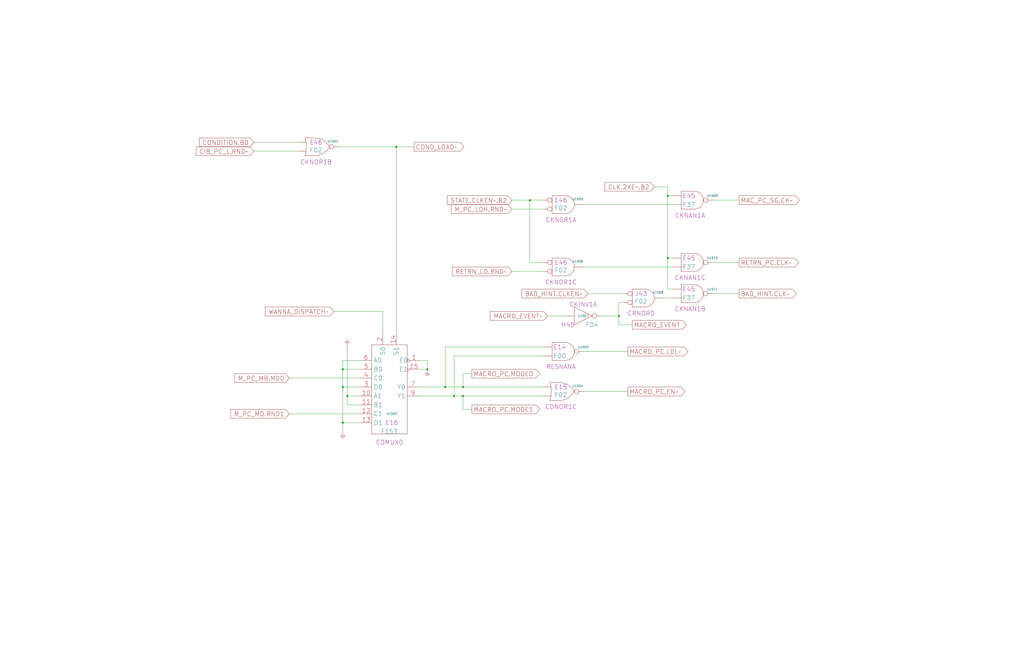
<source format=kicad_sch>
(kicad_sch (version 20250114) (generator "eeschema") (generator_version "9.0")
  (paper "User" 584.2 378.46)
  (title_block (title "CODE REGISTER CONTROL") (date "22-MAY-90") (rev "1.0") (comment 1 "SEQUENCER") (comment 2 "232-003064") (comment 3 "S400") (comment 4 "RELEASED"))
  (lib_symbols
    (symbol "r1000:F00" (pin_numbers (hide yes)) (pin_names (hide yes))
      (property "Reference" "U" (at 15.24 0 0))
      (property "Value" "F00" (at 1.905 -5.08 0))
      (property "Location" "___" (at 1.905 0 0))
      (property "Name" "______" (at 2.54 -12.7 0))
      (symbol "F00_0_1"
        (polyline (pts (xy -2.54 2.54) (xy -2.54 -7.62)) (stroke (width 0.1524)))
        (polyline (pts (xy -2.54 2.54) (xy 5.08 2.54)) (stroke (width 0.1524)))
        (polyline (pts (xy -2.54 -7.62) (xy 5.08 -7.62)) (stroke (width 0.1524)))
        (arc (start 5.08 2.54) (mid 10.1281 -2.54) (end 5.08 -7.62) (stroke (width 0.1524)))
        (circle (center 11.43 -2.54) (radius 1.27) (stroke (width 0.1524)))
      )
      (symbol "F00_0_2"
        (arc (start -3.175 2.54) (mid -2.134 -2.54) (end -3.175 -7.62) (stroke (width 0.1524)))
        (circle (center -3.81 0) (radius 1.27) (stroke (width 0.1524)))
        (circle (center -3.81 -5.08) (radius 1.27) (stroke (width 0.1524)))
        (polyline (pts (xy -3.175 2.54) (xy 3.81 2.54)) (stroke (width 0.1524)))
        (polyline (pts (xy -3.175 -7.62) (xy 3.81 -7.62)) (stroke (width 0.1524)))
        (arc (start 3.81 2.54) (mid 7.5828 0.7472) (end 10.16 -2.54) (stroke (width 0.1524)))
        (arc (start 10.16 -2.54) (mid 7.5855 -5.8306) (end 3.81 -7.62) (stroke (width 0.1524)))
      )
      (symbol "F00_1_1"
        (pin input line (at -7.62 0 0) (length 5.08) (name "D0") (number "1"))
        (pin input line (at -7.62 -5.08 0) (length 5.08) (name "D1") (number "2"))
        (pin output line (at 15.24 -2.54 180) (length 2.54) (name "Q") (number "3"))
      )
      (symbol "F00_1_2"
        (pin input line (at -7.62 0 0) (length 2.54) (name "D0") (number "1"))
        (pin input line (at -7.62 -5.08 0) (length 2.54) (name "D1") (number "2"))
        (pin output line (at 15.24 -2.54 180) (length 5.08) (name "Q") (number "3"))
      )
    )
    (symbol "r1000:F02" (pin_numbers (hide yes)) (pin_names (hide yes))
      (property "Reference" "U" (at 12.16 0.635 0))
      (property "Value" "F02" (at -1.27 -4.445 0))
      (property "Location" "___" (at 2.54 0 0))
      (property "Name" "______" (at 2.54 -12.7 0))
      (symbol "F02_0_1"
        (arc (start -3.81 2.54) (mid -2.9847 -2.54) (end -3.81 -7.62) (stroke (width 0.1524)))
        (polyline (pts (xy -5.08 0) (xy -3.175 0)) (stroke (width 0.1524)))
        (polyline (pts (xy -5.08 -5.08) (xy -3.175 -5.08)) (stroke (width 0.1524)))
        (polyline (pts (xy -3.81 2.54) (xy 2.54 2.54)) (stroke (width 0.1524)))
        (polyline (pts (xy -3.81 -7.62) (xy 2.54 -7.62)) (stroke (width 0.1524)))
        (arc (start 2.54 2.54) (mid 6.9477 0.8966) (end 10.16 -2.54) (stroke (width 0.1524)))
        (arc (start 10.16 -2.54) (mid 6.9515 -5.9823) (end 2.54 -7.62) (stroke (width 0.1524)))
        (circle (center 11.43 -2.54) (radius 1.27) (stroke (width 0.1524)))
        (polyline (pts (xy 13.97 -2.54) (xy 12.7 -2.54)) (stroke (width 0.1524)))
      )
      (symbol "F02_0_2"
        (circle (center -3.81 0) (radius 1.27) (stroke (width 0.1524)))
        (circle (center -3.81 -5.08) (radius 1.27) (stroke (width 0.1524)))
        (polyline (pts (xy -2.54 2.54) (xy -2.54 -7.62)) (stroke (width 0.1524)))
        (polyline (pts (xy -2.54 2.54) (xy 5.08 2.54)) (stroke (width 0.1524)))
        (polyline (pts (xy -2.54 -7.62) (xy 5.08 -7.62)) (stroke (width 0.1524)))
        (arc (start 5.08 2.54) (mid 10.1281 -2.54) (end 5.08 -7.62) (stroke (width 0.1524)))
        (polyline (pts (xy 11.43 -2.54) (xy 10.16 -2.54)) (stroke (width 0.1524)))
        (polyline (pts (xy 11.43 -2.54) (xy 12.7 -2.54)) (stroke (width 0.1524)))
      )
      (symbol "F02_1_1"
        (pin input line (at -7.62 0 0) (length 2.54) (name "D0") (number "1"))
        (pin input line (at -7.62 -5.08 0) (length 2.54) (name "D1") (number "2"))
        (pin output line (at 15.24 -2.54 180) (length 1.27) (name "Q") (number "3"))
      )
      (symbol "F02_1_2"
        (pin input line (at -7.62 0 0) (length 2.54) (name "D0") (number "1"))
        (pin input line (at -7.62 -5.08 0) (length 2.54) (name "D1") (number "2"))
        (pin output line (at 15.24 -2.54 180) (length 2.54) (name "Q") (number "3"))
      )
    )
    (symbol "r1000:F04" (pin_numbers (hide yes)) (pin_names (hide yes))
      (property "Reference" "U" (at 0 0 0))
      (property "Value" "F04" (at 1.27 -5.08 0))
      (property "Location" "___" (at -12.7 -5.08 0))
      (property "Name" "______" (at 0 5.08 0))
      (symbol "F04_0_1"
        (polyline (pts (xy -7.62 0) (xy -5.08 0)) (stroke (width 0.1524)))
        (polyline (pts (xy -5.08 5.08) (xy -5.08 -5.08)) (stroke (width 0.1524)))
        (polyline (pts (xy 5.08 0) (xy -5.08 5.08)) (stroke (width 0.1524)))
        (polyline (pts (xy 5.08 0) (xy -5.08 -5.08)) (stroke (width 0.1524)))
        (circle (center 6.35 0) (radius 1.27) (stroke (width 0.1524)))
      )
      (symbol "F04_1_1"
        (pin input line (at -10.16 0 0) (length 2.54) (name "D0") (number "1"))
        (pin output line (at 10.16 0 180) (length 2.54) (name "Q") (number "2"))
      )
    )
    (symbol "r1000:F153" (pin_names (offset 1.016))
      (property "Reference" "U" (at 2.54 5.08 0))
      (property "Value" "F153" (at -3.81 -5.08 0))
      (property "Location" "___" (at -1.27 0 0))
      (property "Name" "______" (at 1.27 -12.7 0))
      (symbol "F153_1_1"
        (rectangle (start -8.89 44.45) (end 11.43 -6.35))
        (circle (center 12.065 35.56) (radius 0.635))
        (circle (center 12.065 30.48) (radius 0.635))
        (pin input line (at -15.24 35.56 0) (length 6.35) (name "A0") (number "6"))
        (pin input line (at -15.24 30.48 0) (length 6.35) (name "B0") (number "5"))
        (pin input line (at -15.24 25.4 0) (length 6.35) (name "C0") (number "4"))
        (pin input line (at -15.24 20.32 0) (length 6.35) (name "D0") (number "3"))
        (pin input line (at -15.24 15.24 0) (length 6.35) (name "A1") (number "10"))
        (pin input line (at -15.24 10.16 0) (length 6.35) (name "B1") (number "11"))
        (pin input line (at -15.24 5.08 0) (length 6.35) (name "C1") (number "12"))
        (pin input line (at -15.24 0 0) (length 6.35) (name "D1") (number "13"))
        (pin input line (at -2.54 50.8 270) (length 6.35) (name "S0") (number "2"))
        (pin input line (at 5.08 50.8 270) (length 6.35) (name "S1") (number "14"))
        (pin input line (at 17.78 35.56 180) (length 5.08) (name "E0") (number "1"))
        (pin input line (at 17.78 30.48 180) (length 5.08) (name "E1") (number "15"))
        (pin output line (at 17.78 20.32 180) (length 6.35) (name "Y0") (number "7"))
        (pin output line (at 17.78 15.24 180) (length 6.35) (name "Y1") (number "9"))
      )
    )
    (symbol "r1000:F37" (pin_numbers (hide yes)) (pin_names (offset 0) (hide yes))
      (property "Reference" "U" (at 15.24 0 0))
      (property "Value" "F37" (at 1.905 -5.08 0))
      (property "Location" "___" (at 1.905 0 0))
      (property "Name" "______" (at 2.54 -12.7 0))
      (symbol "F37_0_1"
        (polyline (pts (xy -2.54 2.54) (xy -2.54 -7.62)) (stroke (width 0.1524)))
        (polyline (pts (xy -2.54 2.54) (xy 5.08 2.54)) (stroke (width 0.1524)))
        (polyline (pts (xy -2.54 -7.62) (xy 5.08 -7.62)) (stroke (width 0.1524)))
        (arc (start 5.08 2.54) (mid 10.1281 -2.54) (end 5.08 -7.62) (stroke (width 0.1524)))
        (circle (center 11.43 -2.54) (radius 1.27) (stroke (width 0.1524)))
      )
      (symbol "F37_0_2"
        (arc (start -3.175 2.54) (mid -2.134 -2.54) (end -3.175 -7.62) (stroke (width 0.1524)))
        (circle (center -3.81 0) (radius 1.27) (stroke (width 0.1524)))
        (circle (center -3.81 -5.08) (radius 1.27) (stroke (width 0.1524)))
        (polyline (pts (xy -3.175 2.54) (xy 3.81 2.54)) (stroke (width 0.1524)))
        (polyline (pts (xy -3.175 -7.62) (xy 3.81 -7.62)) (stroke (width 0.1524)))
        (arc (start 3.81 2.54) (mid 7.5828 0.7472) (end 10.16 -2.54) (stroke (width 0.1524)))
        (arc (start 10.16 -2.54) (mid 7.5855 -5.8306) (end 3.81 -7.62) (stroke (width 0.1524)))
      )
      (symbol "F37_1_1"
        (pin input line (at -7.62 0 0) (length 5.08) (name "D0") (number "1"))
        (pin input line (at -7.62 -5.08 0) (length 5.08) (name "D1") (number "2"))
        (pin output line (at 15.24 -2.54 180) (length 2.54) (name "Q") (number "3"))
      )
      (symbol "F37_1_2"
        (pin input line (at -7.62 0 0) (length 2.54) (name "D0") (number "1"))
        (pin input line (at -7.62 -5.08 0) (length 2.54) (name "D1") (number "2"))
        (pin output line (at 15.24 -2.54 180) (length 5.08) (name "Q") (number "3"))
      )
    )
    (symbol "r1000:PD" (power) (pin_numbers (hide yes)) (pin_names (hide yes)) (in_bom no)
      (symbol "PD_0_1"
        (polyline (pts (xy 0 -2.54) (xy 1.27 -2.54) (xy 0 -3.81) (xy -1.27 -2.54) (xy 0 -2.54)) (stroke (width 0.1524)))
      )
      (symbol "PD_1_1"
        (pin power_in line (at 0 0 270) (length 2.54) (name "PD") (number "1"))
      )
    )
    (symbol "r1000:PU" (power) (pin_numbers (hide yes)) (pin_names (hide yes))
      (symbol "PU_0_1"
        (polyline (pts (xy 0 2.54) (xy -1.27 2.54) (xy 0 3.81) (xy 1.27 2.54) (xy 0 2.54)) (stroke (width 0.1524)))
      )
      (symbol "PU_1_1"
        (pin power_in line (at 0 0 90) (length 2.54) (name "PU") (number "1"))
      )
    )
  )
  (junction (at 264.16 226.06))
  (junction (at 198.12 226.06))
  (junction (at 195.58 241.3))
  (junction (at 254 220.98))
  (junction (at 264.16 220.98))
  (junction (at 226.06 83.82))
  (junction (at 302.26 114.3))
  (junction (at 381 147.32))
  (junction (at 195.58 220.98))
  (junction (at 195.58 210.82))
  (junction (at 259.08 226.06))
  (junction (at 243.84 210.82))
  (junction (at 381 111.76))
  (junction (at 353.06 180.34))
  (wire (pts (xy 259.08 226.06) (xy 259.08 203.2)))
  (wire (pts (xy 383.54 111.76) (xy 381 111.76)))
  (wire (pts (xy 195.58 210.82) (xy 195.58 220.98)))
  (wire (pts (xy 353.06 180.34) (xy 353.06 172.72)))
  (wire (pts (xy 332.74 116.84) (xy 383.54 116.84)))
  (wire (pts (xy 195.58 241.3) (xy 195.58 246.38)))
  (wire (pts (xy 195.58 205.74) (xy 195.58 210.82)))
  (wire (pts (xy 195.58 241.3) (xy 205.74 241.3)))
  (wire (pts (xy 312.42 180.34) (xy 322.58 180.34)))
  (wire (pts (xy 195.58 220.98) (xy 205.74 220.98)))
  (wire (pts (xy 302.26 114.3) (xy 309.88 114.3)))
  (wire (pts (xy 292.1 119.38) (xy 309.88 119.38)))
  (wire (pts (xy 238.76 220.98) (xy 254 220.98)))
  (wire (pts (xy 383.54 165.1) (xy 381 165.1)))
  (wire (pts (xy 264.16 233.68) (xy 264.16 226.06)))
  (wire (pts (xy 198.12 226.06) (xy 205.74 226.06)))
  (wire (pts (xy 264.16 213.36) (xy 264.16 220.98)))
  (wire (pts (xy 335.28 167.64) (xy 355.6 167.64)))
  (wire (pts (xy 243.84 205.74) (xy 243.84 210.82)))
  (wire (pts (xy 165.1 215.9) (xy 205.74 215.9)))
  (wire (pts (xy 378.46 170.18) (xy 383.54 170.18)))
  (wire (pts (xy 381 111.76) (xy 381 106.68)))
  (wire (pts (xy 254 198.12) (xy 309.88 198.12)))
  (wire (pts (xy 332.74 152.4) (xy 383.54 152.4)))
  (wire (pts (xy 259.08 226.06) (xy 264.16 226.06)))
  (wire (pts (xy 195.58 210.82) (xy 205.74 210.82)))
  (wire (pts (xy 144.78 86.36) (xy 170.18 86.36)))
  (wire (pts (xy 269.24 233.68) (xy 264.16 233.68)))
  (wire (pts (xy 198.12 231.14) (xy 198.12 226.06)))
  (wire (pts (xy 353.06 185.42) (xy 353.06 180.34)))
  (wire (pts (xy 406.4 149.86) (xy 421.64 149.86)))
  (wire (pts (xy 144.78 81.28) (xy 170.18 81.28)))
  (wire (pts (xy 264.16 226.06) (xy 309.88 226.06)))
  (wire (pts (xy 226.06 83.82) (xy 236.22 83.82)))
  (wire (pts (xy 254 220.98) (xy 254 198.12)))
  (wire (pts (xy 195.58 220.98) (xy 195.58 241.3)))
  (wire (pts (xy 309.88 149.86) (xy 302.26 149.86)))
  (wire (pts (xy 292.1 114.3) (xy 302.26 114.3)))
  (wire (pts (xy 264.16 220.98) (xy 309.88 220.98)))
  (wire (pts (xy 218.44 177.8) (xy 190.5 177.8)))
  (wire (pts (xy 302.26 149.86) (xy 302.26 114.3)))
  (wire (pts (xy 193.04 83.82) (xy 226.06 83.82)))
  (wire (pts (xy 332.74 223.52) (xy 358.14 223.52)))
  (wire (pts (xy 259.08 203.2) (xy 309.88 203.2)))
  (wire (pts (xy 198.12 226.06) (xy 198.12 198.12)))
  (wire (pts (xy 360.68 185.42) (xy 353.06 185.42)))
  (wire (pts (xy 332.74 200.66) (xy 358.14 200.66)))
  (wire (pts (xy 342.9 180.34) (xy 353.06 180.34)))
  (wire (pts (xy 218.44 190.5) (xy 218.44 177.8)))
  (wire (pts (xy 381 111.76) (xy 381 147.32)))
  (wire (pts (xy 373.38 106.68) (xy 381 106.68)))
  (wire (pts (xy 238.76 226.06) (xy 259.08 226.06)))
  (wire (pts (xy 165.1 236.22) (xy 205.74 236.22)))
  (wire (pts (xy 406.4 114.3) (xy 421.64 114.3)))
  (wire (pts (xy 226.06 83.82) (xy 226.06 190.5)))
  (wire (pts (xy 353.06 172.72) (xy 355.6 172.72)))
  (wire (pts (xy 406.4 167.64) (xy 421.64 167.64)))
  (wire (pts (xy 238.76 210.82) (xy 243.84 210.82)))
  (wire (pts (xy 292.1 154.94) (xy 309.88 154.94)))
  (wire (pts (xy 269.24 213.36) (xy 264.16 213.36)))
  (wire (pts (xy 238.76 205.74) (xy 243.84 205.74)))
  (wire (pts (xy 381 165.1) (xy 381 147.32)))
  (wire (pts (xy 381 147.32) (xy 383.54 147.32)))
  (wire (pts (xy 205.74 231.14) (xy 198.12 231.14)))
  (wire (pts (xy 254 220.98) (xy 264.16 220.98)))
  (wire (pts (xy 205.74 205.74) (xy 195.58 205.74)))
  (global_label "RETRN_LD.RND~" (shape input) (at 292.1 154.94 180) (effects (font (size 2.54 2.54))) (property "Intersheetrefs" "${INTERSHEET_REFS}" (at 258.0035 154.7813 0) (effects (font (size 1.905 1.905)) (justify right))))
  (global_label "MACRO_PC.EN~" (shape output) (at 358.14 223.52 0) (effects (font (size 2.54 2.54))) (property "Intersheetrefs" "${INTERSHEET_REFS}" (at 390.785 223.3613 0) (effects (font (size 1.905 1.905)) (justify left))))
  (global_label "STATE.CLKEN~.B2" (shape input) (at 292.1 114.3 180) (effects (font (size 2.54 2.54))) (property "Intersheetrefs" "${INTERSHEET_REFS}" (at 255.2216 114.1413 0) (effects (font (size 1.905 1.905)) (justify right))))
  (global_label "WANNA_DISPATCH~" (shape input) (at 190.5 177.8 180) (effects (font (size 2.54 2.54))) (property "Intersheetrefs" "${INTERSHEET_REFS}" (at 151.3235 177.6413 0) (effects (font (size 1.905 1.905)) (justify right))))
  (global_label "MACRO_EVENT~" (shape input) (at 312.42 180.34 180) (effects (font (size 2.54 2.54))) (property "Intersheetrefs" "${INTERSHEET_REFS}" (at 279.654 180.1813 0) (effects (font (size 1.905 1.905)) (justify right))))
  (global_label "M_PC_MD.RND1" (shape input) (at 165.1 236.22 180) (effects (font (size 2.54 2.54))) (property "Intersheetrefs" "${INTERSHEET_REFS}" (at 131.6083 236.0613 0) (effects (font (size 1.905 1.905)) (justify right))))
  (global_label "BAD_HINT.CLKEN~" (shape input) (at 335.28 167.64 180) (effects (font (size 2.54 2.54))) (property "Intersheetrefs" "${INTERSHEET_REFS}" (at 297.6759 167.4813 0) (effects (font (size 1.905 1.905)) (justify right))))
  (global_label "MACRO_PC.MODE1" (shape output) (at 269.24 233.68 0) (effects (font (size 2.54 2.54))) (property "Intersheetrefs" "${INTERSHEET_REFS}" (at 307.9327 233.5213 0) (effects (font (size 1.905 1.905)) (justify left))))
  (global_label "MACRO_PC.MODE0" (shape output) (at 269.24 213.36 0) (effects (font (size 2.54 2.54))) (property "Intersheetrefs" "${INTERSHEET_REFS}" (at 307.9327 213.2013 0) (effects (font (size 1.905 1.905)) (justify left))))
  (global_label "BAD_HINT.CLK~" (shape output) (at 421.64 167.64 0) (effects (font (size 2.54 2.54))) (property "Intersheetrefs" "${INTERSHEET_REFS}" (at 454.285 167.4813 0) (effects (font (size 1.905 1.905)) (justify left))))
  (global_label "COND_LOAD~" (shape output) (at 236.22 83.82 0) (effects (font (size 2.54 2.54))) (property "Intersheetrefs" "${INTERSHEET_REFS}" (at 264.6317 83.6613 0) (effects (font (size 1.905 1.905)) (justify left))))
  (global_label "M_PC_LDH.RND~" (shape input) (at 292.1 119.38 180) (effects (font (size 2.54 2.54))) (property "Intersheetrefs" "${INTERSHEET_REFS}" (at 257.3988 119.2213 0) (effects (font (size 1.905 1.905)) (justify right))))
  (global_label "MACRO_EVENT" (shape output) (at 360.68 185.42 0) (effects (font (size 2.54 2.54))) (property "Intersheetrefs" "${INTERSHEET_REFS}" (at 391.6317 185.2613 0) (effects (font (size 1.905 1.905)) (justify left))))
  (global_label "CLK.2XE~.B2" (shape input) (at 373.38 106.68 180) (effects (font (size 2.54 2.54))) (property "Intersheetrefs" "${INTERSHEET_REFS}" (at 345.0892 106.5213 0) (effects (font (size 1.905 1.905)) (justify right))))
  (global_label "CONDITION.B0" (shape input) (at 144.78 81.28 180) (effects (font (size 2.54 2.54))) (property "Intersheetrefs" "${INTERSHEET_REFS}" (at 113.7073 81.1213 0) (effects (font (size 1.905 1.905)) (justify right))))
  (global_label "MACRO_PC.LDL~" (shape output) (at 358.14 200.66 0) (effects (font (size 2.54 2.54))) (property "Intersheetrefs" "${INTERSHEET_REFS}" (at 392.4784 200.5013 0) (effects (font (size 1.905 1.905)) (justify left))))
  (global_label "RETRN_PC.CLK~" (shape output) (at 421.64 149.86 0) (effects (font (size 2.54 2.54))) (property "Intersheetrefs" "${INTERSHEET_REFS}" (at 455.6155 149.7013 0) (effects (font (size 1.905 1.905)) (justify left))))
  (global_label "CIB_PC_L.RND~" (shape input) (at 144.78 86.36 180) (effects (font (size 2.54 2.54))) (property "Intersheetrefs" "${INTERSHEET_REFS}" (at 111.893 86.2013 0) (effects (font (size 1.905 1.905)) (justify right))))
  (global_label "MAC_PC_SG.CK~" (shape output) (at 421.64 114.3 0) (effects (font (size 2.54 2.54))) (property "Intersheetrefs" "${INTERSHEET_REFS}" (at 456.0993 114.1413 0) (effects (font (size 1.905 1.905)) (justify left))))
  (global_label "M_PC_MB.MD0" (shape input) (at 165.1 215.9 180) (effects (font (size 2.54 2.54))) (property "Intersheetrefs" "${INTERSHEET_REFS}" (at 133.9064 215.7413 0) (effects (font (size 1.905 1.905)) (justify right))))
  (symbol (lib_id "r1000:PD") (at 243.84 210.82 0) (unit 1) (in_bom no)
    (property "Reference" "#PWR01503" (effects (hide yes)))
    (property "Value" "PD" (effects (hide yes)))
  )
  (symbol (lib_id "r1000:F37") (at 391.16 165.1 0) (unit 1)
    (property "Reference" "U1511" (at 406.4 165.1 0))
    (property "Value" "F37" (at 393.065 170.18 0) (effects (font (size 2.54 2.54))))
    (property "Location" "E45" (at 393.065 165.1 0) (effects (font (size 2.54 2.54))))
    (property "Name" "CKNAN1B" (at 393.7 177.8 0) (effects (font (size 2.54 2.54)) (justify bottom)))
  )
  (symbol (lib_id "r1000:F02") (at 317.5 114.3 0) (unit 1) (convert 2)
    (property "Reference" "U1505" (at 329.66 113.665 0))
    (property "Value" "F02" (at 316.23 118.745 0) (effects (font (size 2.54 2.54)) (justify left)))
    (property "Location" "E46" (at 320.04 114.3 0) (effects (font (size 2.54 2.54))))
    (property "Name" "CKNOR1A" (at 320.04 127 0) (effects (font (size 2.54 2.54)) (justify bottom)))
  )
  (symbol (lib_id "r1000:F02") (at 317.5 149.86 0) (unit 1) (convert 2)
    (property "Reference" "U1506" (at 329.66 149.225 0))
    (property "Value" "F02" (at 316.23 154.305 0) (effects (font (size 2.54 2.54)) (justify left)))
    (property "Location" "E46" (at 320.04 149.86 0) (effects (font (size 2.54 2.54))))
    (property "Name" "CKNOR1C" (at 320.04 162.56 0) (effects (font (size 2.54 2.54)) (justify bottom)))
  )
  (symbol (lib_id "r1000:F37") (at 391.16 147.32 0) (unit 1)
    (property "Reference" "U1510" (at 406.4 147.32 0))
    (property "Value" "F37" (at 393.065 152.4 0) (effects (font (size 2.54 2.54))))
    (property "Location" "E45" (at 393.065 147.32 0) (effects (font (size 2.54 2.54))))
    (property "Name" "CKNAN1C" (at 393.7 160.02 0) (effects (font (size 2.54 2.54)) (justify bottom)))
  )
  (symbol (lib_id "r1000:F02") (at 177.8 81.28 0) (unit 1)
    (property "Reference" "U1501" (at 189.96 80.645 0))
    (property "Value" "F02" (at 176.53 85.725 0) (effects (font (size 2.54 2.54)) (justify left)))
    (property "Location" "E46" (at 180.34 81.28 0) (effects (font (size 2.54 2.54))))
    (property "Name" "CKNOR1B" (at 180.34 93.98 0) (effects (font (size 2.54 2.54)) (justify bottom)))
  )
  (symbol (lib_id "r1000:F37") (at 391.16 111.76 0) (unit 1)
    (property "Reference" "U1509" (at 406.4 111.76 0))
    (property "Value" "F37" (at 393.065 116.84 0) (effects (font (size 2.54 2.54))))
    (property "Location" "E45" (at 393.065 111.76 0) (effects (font (size 2.54 2.54))))
    (property "Name" "CKNAN1A" (at 393.7 124.46 0) (effects (font (size 2.54 2.54)) (justify bottom)))
  )
  (symbol (lib_id "r1000:PD") (at 195.58 246.38 0) (unit 1) (in_bom no)
    (property "Reference" "#PWR01501" (effects (hide yes)))
    (property "Value" "PD" (effects (hide yes)))
  )
  (symbol (lib_id "r1000:PU") (at 198.12 198.12 0) (unit 1)
    (property "Reference" "#PWR01502" (effects (hide yes)))
    (property "Value" "PU" (effects (hide yes)))
  )
  (symbol (lib_id "r1000:F00") (at 317.5 198.12 0) (unit 1)
    (property "Reference" "U1503" (at 332.74 198.12 0))
    (property "Value" "F00" (at 319.405 203.2 0) (effects (font (size 2.54 2.54))))
    (property "Location" "E14" (at 319.405 198.12 0) (effects (font (size 2.54 2.54))))
    (property "Name" "RESNANA" (at 320.04 210.82 0) (effects (font (size 2.54 2.54)) (justify bottom)))
  )
  (symbol (lib_id "r1000:F02") (at 363.22 167.64 0) (unit 1) (convert 2)
    (property "Reference" "U1508" (at 375.38 167.005 0))
    (property "Value" "F02" (at 361.95 172.085 0) (effects (font (size 2.54 2.54)) (justify left)))
    (property "Location" "J43" (at 365.76 167.64 0) (effects (font (size 2.54 2.54))))
    (property "Name" "CRNORD" (at 365.76 180.34 0) (effects (font (size 2.54 2.54)) (justify bottom)))
  )
  (symbol (lib_id "r1000:F153") (at 220.98 241.3 0) (unit 1)
    (property "Reference" "U1502" (at 223.52 236.22 0))
    (property "Value" "F153" (at 217.17 246.38 0) (effects (font (size 2.54 2.54)) (justify left)))
    (property "Location" "E16" (at 219.71 241.3 0) (effects (font (size 2.54 2.54)) (justify left)))
    (property "Name" "CDMUX0" (at 222.25 254 0) (effects (font (size 2.54 2.54)) (justify bottom)))
  )
  (symbol (lib_id "r1000:F04") (at 332.74 180.34 0) (unit 1)
    (property "Reference" "U1507" (at 332.74 180.34 0))
    (property "Value" "F04" (at 334.01 185.42 0) (effects (font (size 2.54 2.54)) (justify left)))
    (property "Location" "H45" (at 320.04 185.42 0) (effects (font (size 2.54 2.54)) (justify left)))
    (property "Name" "CKINV1A" (at 332.74 175.26 0) (effects (font (size 2.54 2.54)) (justify bottom)))
  )
  (symbol (lib_id "r1000:F02") (at 317.5 220.98 0) (unit 1)
    (property "Reference" "U1504" (at 329.66 220.345 0))
    (property "Value" "F02" (at 316.23 225.425 0) (effects (font (size 2.54 2.54)) (justify left)))
    (property "Location" "E15" (at 320.04 220.98 0) (effects (font (size 2.54 2.54))))
    (property "Name" "CDNOR1C" (at 320.04 233.68 0) (effects (font (size 2.54 2.54)) (justify bottom)))
  )
)
</source>
